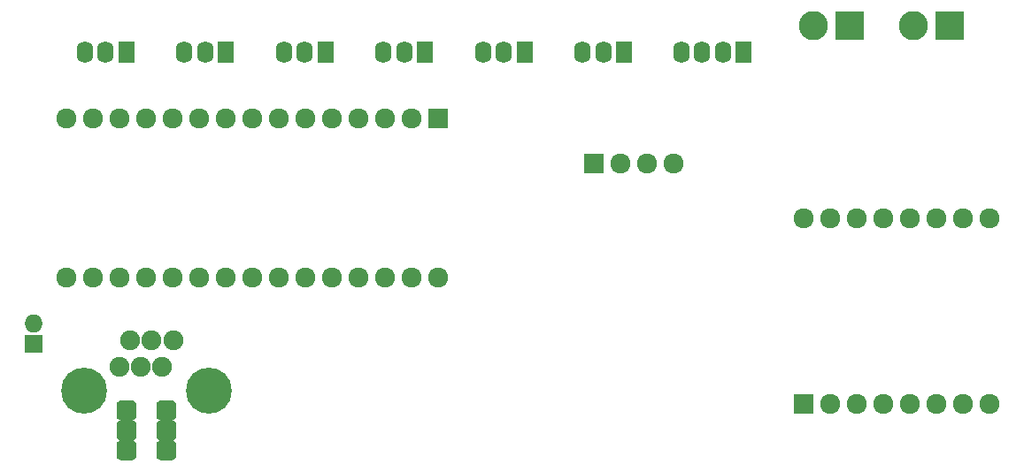
<source format=gbs>
G04 #@! TF.GenerationSoftware,KiCad,Pcbnew,(2017-10-17 revision 537804b)-master*
G04 #@! TF.CreationDate,2017-12-04T11:47:58+01:00*
G04 #@! TF.ProjectId,TrainAutomator,547261696E4175746F6D61746F722E6B,rev?*
G04 #@! TF.SameCoordinates,Original*
G04 #@! TF.FileFunction,Soldermask,Bot*
G04 #@! TF.FilePolarity,Negative*
%FSLAX46Y46*%
G04 Gerber Fmt 4.6, Leading zero omitted, Abs format (unit mm)*
G04 Created by KiCad (PCBNEW (2017-10-17 revision 537804b)-master) date 2017 December 04, Monday 11:47:58*
%MOMM*%
%LPD*%
G01*
G04 APERTURE LIST*
%ADD10C,1.924000*%
%ADD11R,1.924000X1.924000*%
%ADD12C,2.800000*%
%ADD13R,2.800000X2.800000*%
%ADD14O,1.750000X1.750000*%
%ADD15R,1.750000X1.750000*%
%ADD16R,1.600000X2.100000*%
%ADD17O,1.600000X2.100000*%
%ADD18C,0.100000*%
%ADD19C,4.400000*%
%ADD20C,1.900000*%
G04 APERTURE END LIST*
D10*
X89535000Y-36195000D03*
X92075000Y-36195000D03*
X94615000Y-36195000D03*
X97155000Y-36195000D03*
X99695000Y-36195000D03*
X102235000Y-36195000D03*
X104775000Y-36195000D03*
X107315000Y-36195000D03*
X107315000Y-53975000D03*
X104775000Y-53975000D03*
X102235000Y-53975000D03*
X99695000Y-53975000D03*
X97155000Y-53975000D03*
X94615000Y-53975000D03*
X92075000Y-53975000D03*
D11*
X89535000Y-53975000D03*
D12*
X100005000Y-17780000D03*
D13*
X103505000Y-17780000D03*
X93980000Y-17780000D03*
D12*
X90480000Y-17780000D03*
D14*
X15875000Y-46260000D03*
D15*
X15875000Y-48260000D03*
D16*
X62865000Y-20320000D03*
D17*
X60865000Y-20320000D03*
X58865000Y-20320000D03*
X77820000Y-20320000D03*
X79820000Y-20320000D03*
X81820000Y-20320000D03*
D16*
X83820000Y-20320000D03*
D17*
X49340000Y-20320000D03*
X51340000Y-20320000D03*
D16*
X53340000Y-20320000D03*
X43815000Y-20320000D03*
D17*
X41815000Y-20320000D03*
X39815000Y-20320000D03*
X30290000Y-20320000D03*
X32290000Y-20320000D03*
D16*
X34290000Y-20320000D03*
X24765000Y-20320000D03*
D17*
X22765000Y-20320000D03*
X20765000Y-20320000D03*
X68390000Y-20320000D03*
X70390000Y-20320000D03*
D16*
X72390000Y-20320000D03*
D11*
X69469000Y-30988000D03*
D10*
X72009000Y-30988000D03*
X74549000Y-30988000D03*
X77089000Y-30988000D03*
D11*
X54610000Y-26670000D03*
D10*
X52070000Y-26670000D03*
X49530000Y-26670000D03*
X46990000Y-26670000D03*
X44450000Y-26670000D03*
X41910000Y-26670000D03*
X39370000Y-26670000D03*
X36830000Y-26670000D03*
X34290000Y-26670000D03*
X31750000Y-26670000D03*
X29210000Y-26670000D03*
X26670000Y-26670000D03*
X24130000Y-26670000D03*
X21590000Y-26670000D03*
X19050000Y-26670000D03*
X19050000Y-41910000D03*
X21590000Y-41910000D03*
X24130000Y-41910000D03*
X26670000Y-41910000D03*
X29210000Y-41910000D03*
X31750000Y-41910000D03*
X34290000Y-41910000D03*
X36830000Y-41910000D03*
X39370000Y-41910000D03*
X41910000Y-41910000D03*
X44450000Y-41910000D03*
X46990000Y-41910000D03*
X49530000Y-41910000D03*
X52070000Y-41910000D03*
X54610000Y-41910000D03*
D18*
G36*
X25293146Y-53650316D02*
X25339838Y-53657242D01*
X25385627Y-53668712D01*
X25430071Y-53684614D01*
X25472742Y-53704796D01*
X25513229Y-53729063D01*
X25551143Y-53757182D01*
X25586118Y-53788882D01*
X25617818Y-53823857D01*
X25645937Y-53861771D01*
X25670204Y-53902258D01*
X25690386Y-53944929D01*
X25706288Y-53989373D01*
X25717758Y-54035162D01*
X25724684Y-54081854D01*
X25727000Y-54129000D01*
X25727000Y-55091000D01*
X25724684Y-55138146D01*
X25717758Y-55184838D01*
X25706288Y-55230627D01*
X25690386Y-55275071D01*
X25670204Y-55317742D01*
X25645937Y-55358229D01*
X25617818Y-55396143D01*
X25586118Y-55431118D01*
X25551143Y-55462818D01*
X25513229Y-55490937D01*
X25472742Y-55515204D01*
X25430071Y-55535386D01*
X25385627Y-55551288D01*
X25339838Y-55562758D01*
X25293146Y-55569684D01*
X25246000Y-55572000D01*
X24284000Y-55572000D01*
X24236854Y-55569684D01*
X24190162Y-55562758D01*
X24144373Y-55551288D01*
X24099929Y-55535386D01*
X24057258Y-55515204D01*
X24016771Y-55490937D01*
X23978857Y-55462818D01*
X23943882Y-55431118D01*
X23912182Y-55396143D01*
X23884063Y-55358229D01*
X23859796Y-55317742D01*
X23839614Y-55275071D01*
X23823712Y-55230627D01*
X23812242Y-55184838D01*
X23805316Y-55138146D01*
X23803000Y-55091000D01*
X23803000Y-54129000D01*
X23805316Y-54081854D01*
X23812242Y-54035162D01*
X23823712Y-53989373D01*
X23839614Y-53944929D01*
X23859796Y-53902258D01*
X23884063Y-53861771D01*
X23912182Y-53823857D01*
X23943882Y-53788882D01*
X23978857Y-53757182D01*
X24016771Y-53729063D01*
X24057258Y-53704796D01*
X24099929Y-53684614D01*
X24144373Y-53668712D01*
X24190162Y-53657242D01*
X24236854Y-53650316D01*
X24284000Y-53648000D01*
X25246000Y-53648000D01*
X25293146Y-53650316D01*
X25293146Y-53650316D01*
G37*
D10*
X24765000Y-54610000D03*
D18*
G36*
X25293146Y-55555316D02*
X25339838Y-55562242D01*
X25385627Y-55573712D01*
X25430071Y-55589614D01*
X25472742Y-55609796D01*
X25513229Y-55634063D01*
X25551143Y-55662182D01*
X25586118Y-55693882D01*
X25617818Y-55728857D01*
X25645937Y-55766771D01*
X25670204Y-55807258D01*
X25690386Y-55849929D01*
X25706288Y-55894373D01*
X25717758Y-55940162D01*
X25724684Y-55986854D01*
X25727000Y-56034000D01*
X25727000Y-56996000D01*
X25724684Y-57043146D01*
X25717758Y-57089838D01*
X25706288Y-57135627D01*
X25690386Y-57180071D01*
X25670204Y-57222742D01*
X25645937Y-57263229D01*
X25617818Y-57301143D01*
X25586118Y-57336118D01*
X25551143Y-57367818D01*
X25513229Y-57395937D01*
X25472742Y-57420204D01*
X25430071Y-57440386D01*
X25385627Y-57456288D01*
X25339838Y-57467758D01*
X25293146Y-57474684D01*
X25246000Y-57477000D01*
X24284000Y-57477000D01*
X24236854Y-57474684D01*
X24190162Y-57467758D01*
X24144373Y-57456288D01*
X24099929Y-57440386D01*
X24057258Y-57420204D01*
X24016771Y-57395937D01*
X23978857Y-57367818D01*
X23943882Y-57336118D01*
X23912182Y-57301143D01*
X23884063Y-57263229D01*
X23859796Y-57222742D01*
X23839614Y-57180071D01*
X23823712Y-57135627D01*
X23812242Y-57089838D01*
X23805316Y-57043146D01*
X23803000Y-56996000D01*
X23803000Y-56034000D01*
X23805316Y-55986854D01*
X23812242Y-55940162D01*
X23823712Y-55894373D01*
X23839614Y-55849929D01*
X23859796Y-55807258D01*
X23884063Y-55766771D01*
X23912182Y-55728857D01*
X23943882Y-55693882D01*
X23978857Y-55662182D01*
X24016771Y-55634063D01*
X24057258Y-55609796D01*
X24099929Y-55589614D01*
X24144373Y-55573712D01*
X24190162Y-55562242D01*
X24236854Y-55555316D01*
X24284000Y-55553000D01*
X25246000Y-55553000D01*
X25293146Y-55555316D01*
X25293146Y-55555316D01*
G37*
D10*
X24765000Y-56515000D03*
D18*
G36*
X25293146Y-57460316D02*
X25339838Y-57467242D01*
X25385627Y-57478712D01*
X25430071Y-57494614D01*
X25472742Y-57514796D01*
X25513229Y-57539063D01*
X25551143Y-57567182D01*
X25586118Y-57598882D01*
X25617818Y-57633857D01*
X25645937Y-57671771D01*
X25670204Y-57712258D01*
X25690386Y-57754929D01*
X25706288Y-57799373D01*
X25717758Y-57845162D01*
X25724684Y-57891854D01*
X25727000Y-57939000D01*
X25727000Y-58901000D01*
X25724684Y-58948146D01*
X25717758Y-58994838D01*
X25706288Y-59040627D01*
X25690386Y-59085071D01*
X25670204Y-59127742D01*
X25645937Y-59168229D01*
X25617818Y-59206143D01*
X25586118Y-59241118D01*
X25551143Y-59272818D01*
X25513229Y-59300937D01*
X25472742Y-59325204D01*
X25430071Y-59345386D01*
X25385627Y-59361288D01*
X25339838Y-59372758D01*
X25293146Y-59379684D01*
X25246000Y-59382000D01*
X24284000Y-59382000D01*
X24236854Y-59379684D01*
X24190162Y-59372758D01*
X24144373Y-59361288D01*
X24099929Y-59345386D01*
X24057258Y-59325204D01*
X24016771Y-59300937D01*
X23978857Y-59272818D01*
X23943882Y-59241118D01*
X23912182Y-59206143D01*
X23884063Y-59168229D01*
X23859796Y-59127742D01*
X23839614Y-59085071D01*
X23823712Y-59040627D01*
X23812242Y-58994838D01*
X23805316Y-58948146D01*
X23803000Y-58901000D01*
X23803000Y-57939000D01*
X23805316Y-57891854D01*
X23812242Y-57845162D01*
X23823712Y-57799373D01*
X23839614Y-57754929D01*
X23859796Y-57712258D01*
X23884063Y-57671771D01*
X23912182Y-57633857D01*
X23943882Y-57598882D01*
X23978857Y-57567182D01*
X24016771Y-57539063D01*
X24057258Y-57514796D01*
X24099929Y-57494614D01*
X24144373Y-57478712D01*
X24190162Y-57467242D01*
X24236854Y-57460316D01*
X24284000Y-57458000D01*
X25246000Y-57458000D01*
X25293146Y-57460316D01*
X25293146Y-57460316D01*
G37*
D10*
X24765000Y-58420000D03*
D18*
G36*
X29103146Y-57460316D02*
X29149838Y-57467242D01*
X29195627Y-57478712D01*
X29240071Y-57494614D01*
X29282742Y-57514796D01*
X29323229Y-57539063D01*
X29361143Y-57567182D01*
X29396118Y-57598882D01*
X29427818Y-57633857D01*
X29455937Y-57671771D01*
X29480204Y-57712258D01*
X29500386Y-57754929D01*
X29516288Y-57799373D01*
X29527758Y-57845162D01*
X29534684Y-57891854D01*
X29537000Y-57939000D01*
X29537000Y-58901000D01*
X29534684Y-58948146D01*
X29527758Y-58994838D01*
X29516288Y-59040627D01*
X29500386Y-59085071D01*
X29480204Y-59127742D01*
X29455937Y-59168229D01*
X29427818Y-59206143D01*
X29396118Y-59241118D01*
X29361143Y-59272818D01*
X29323229Y-59300937D01*
X29282742Y-59325204D01*
X29240071Y-59345386D01*
X29195627Y-59361288D01*
X29149838Y-59372758D01*
X29103146Y-59379684D01*
X29056000Y-59382000D01*
X28094000Y-59382000D01*
X28046854Y-59379684D01*
X28000162Y-59372758D01*
X27954373Y-59361288D01*
X27909929Y-59345386D01*
X27867258Y-59325204D01*
X27826771Y-59300937D01*
X27788857Y-59272818D01*
X27753882Y-59241118D01*
X27722182Y-59206143D01*
X27694063Y-59168229D01*
X27669796Y-59127742D01*
X27649614Y-59085071D01*
X27633712Y-59040627D01*
X27622242Y-58994838D01*
X27615316Y-58948146D01*
X27613000Y-58901000D01*
X27613000Y-57939000D01*
X27615316Y-57891854D01*
X27622242Y-57845162D01*
X27633712Y-57799373D01*
X27649614Y-57754929D01*
X27669796Y-57712258D01*
X27694063Y-57671771D01*
X27722182Y-57633857D01*
X27753882Y-57598882D01*
X27788857Y-57567182D01*
X27826771Y-57539063D01*
X27867258Y-57514796D01*
X27909929Y-57494614D01*
X27954373Y-57478712D01*
X28000162Y-57467242D01*
X28046854Y-57460316D01*
X28094000Y-57458000D01*
X29056000Y-57458000D01*
X29103146Y-57460316D01*
X29103146Y-57460316D01*
G37*
D10*
X28575000Y-58420000D03*
D18*
G36*
X29103146Y-55555316D02*
X29149838Y-55562242D01*
X29195627Y-55573712D01*
X29240071Y-55589614D01*
X29282742Y-55609796D01*
X29323229Y-55634063D01*
X29361143Y-55662182D01*
X29396118Y-55693882D01*
X29427818Y-55728857D01*
X29455937Y-55766771D01*
X29480204Y-55807258D01*
X29500386Y-55849929D01*
X29516288Y-55894373D01*
X29527758Y-55940162D01*
X29534684Y-55986854D01*
X29537000Y-56034000D01*
X29537000Y-56996000D01*
X29534684Y-57043146D01*
X29527758Y-57089838D01*
X29516288Y-57135627D01*
X29500386Y-57180071D01*
X29480204Y-57222742D01*
X29455937Y-57263229D01*
X29427818Y-57301143D01*
X29396118Y-57336118D01*
X29361143Y-57367818D01*
X29323229Y-57395937D01*
X29282742Y-57420204D01*
X29240071Y-57440386D01*
X29195627Y-57456288D01*
X29149838Y-57467758D01*
X29103146Y-57474684D01*
X29056000Y-57477000D01*
X28094000Y-57477000D01*
X28046854Y-57474684D01*
X28000162Y-57467758D01*
X27954373Y-57456288D01*
X27909929Y-57440386D01*
X27867258Y-57420204D01*
X27826771Y-57395937D01*
X27788857Y-57367818D01*
X27753882Y-57336118D01*
X27722182Y-57301143D01*
X27694063Y-57263229D01*
X27669796Y-57222742D01*
X27649614Y-57180071D01*
X27633712Y-57135627D01*
X27622242Y-57089838D01*
X27615316Y-57043146D01*
X27613000Y-56996000D01*
X27613000Y-56034000D01*
X27615316Y-55986854D01*
X27622242Y-55940162D01*
X27633712Y-55894373D01*
X27649614Y-55849929D01*
X27669796Y-55807258D01*
X27694063Y-55766771D01*
X27722182Y-55728857D01*
X27753882Y-55693882D01*
X27788857Y-55662182D01*
X27826771Y-55634063D01*
X27867258Y-55609796D01*
X27909929Y-55589614D01*
X27954373Y-55573712D01*
X28000162Y-55562242D01*
X28046854Y-55555316D01*
X28094000Y-55553000D01*
X29056000Y-55553000D01*
X29103146Y-55555316D01*
X29103146Y-55555316D01*
G37*
D10*
X28575000Y-56515000D03*
D18*
G36*
X29103146Y-53650316D02*
X29149838Y-53657242D01*
X29195627Y-53668712D01*
X29240071Y-53684614D01*
X29282742Y-53704796D01*
X29323229Y-53729063D01*
X29361143Y-53757182D01*
X29396118Y-53788882D01*
X29427818Y-53823857D01*
X29455937Y-53861771D01*
X29480204Y-53902258D01*
X29500386Y-53944929D01*
X29516288Y-53989373D01*
X29527758Y-54035162D01*
X29534684Y-54081854D01*
X29537000Y-54129000D01*
X29537000Y-55091000D01*
X29534684Y-55138146D01*
X29527758Y-55184838D01*
X29516288Y-55230627D01*
X29500386Y-55275071D01*
X29480204Y-55317742D01*
X29455937Y-55358229D01*
X29427818Y-55396143D01*
X29396118Y-55431118D01*
X29361143Y-55462818D01*
X29323229Y-55490937D01*
X29282742Y-55515204D01*
X29240071Y-55535386D01*
X29195627Y-55551288D01*
X29149838Y-55562758D01*
X29103146Y-55569684D01*
X29056000Y-55572000D01*
X28094000Y-55572000D01*
X28046854Y-55569684D01*
X28000162Y-55562758D01*
X27954373Y-55551288D01*
X27909929Y-55535386D01*
X27867258Y-55515204D01*
X27826771Y-55490937D01*
X27788857Y-55462818D01*
X27753882Y-55431118D01*
X27722182Y-55396143D01*
X27694063Y-55358229D01*
X27669796Y-55317742D01*
X27649614Y-55275071D01*
X27633712Y-55230627D01*
X27622242Y-55184838D01*
X27615316Y-55138146D01*
X27613000Y-55091000D01*
X27613000Y-54129000D01*
X27615316Y-54081854D01*
X27622242Y-54035162D01*
X27633712Y-53989373D01*
X27649614Y-53944929D01*
X27669796Y-53902258D01*
X27694063Y-53861771D01*
X27722182Y-53823857D01*
X27753882Y-53788882D01*
X27788857Y-53757182D01*
X27826771Y-53729063D01*
X27867258Y-53704796D01*
X27909929Y-53684614D01*
X27954373Y-53668712D01*
X28000162Y-53657242D01*
X28046854Y-53650316D01*
X28094000Y-53648000D01*
X29056000Y-53648000D01*
X29103146Y-53650316D01*
X29103146Y-53650316D01*
G37*
D10*
X28575000Y-54610000D03*
D19*
X32670000Y-52705000D03*
X20670000Y-52705000D03*
D20*
X26160000Y-50405000D03*
X27180000Y-47865000D03*
X28200000Y-50405000D03*
X29220000Y-47865000D03*
X25140000Y-47865000D03*
X24120000Y-50405000D03*
M02*

</source>
